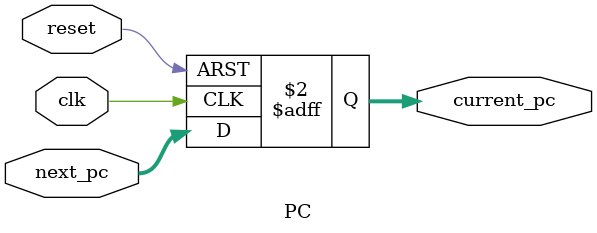
<source format=v>


module PC(
    input clk,
    input reset,
    input  wire [31:0] next_pc,  //Dirección siguiente
    output reg  [31:0] current_pc //Dirección actual
);

    

    always @(posedge clk or posedge reset) begin
        if (reset) begin
            current_pc <= 32'b0; // Reiniciar PC a 0 en reset
        end 
        
        else begin
             current_pc <= next_pc; // Actualizar PC con next_pc en flanco positivo de clk
        end
    end

endmodule



</source>
